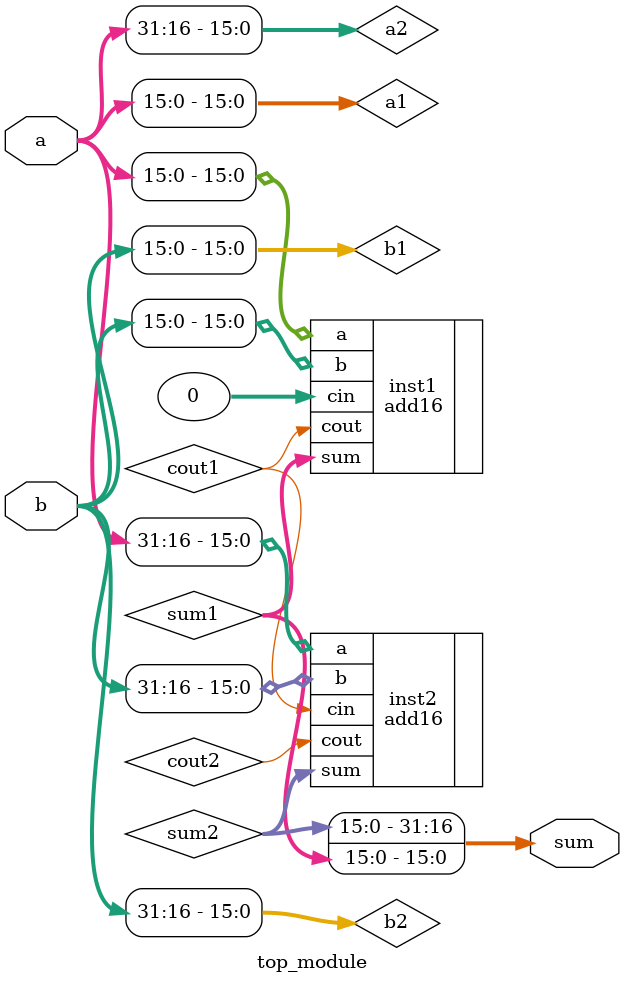
<source format=v>
module top_module(
    input [31:0] a,
    input [31:0] b,
    output [31:0] sum
);
    wire [15:0] a1 = a[15:0];
    wire [15:0] a2 = a[31:16];
    wire [15:0] b1 = b[15:0];
    wire [15:0] b2 = b[31:16];
    wire [15:0] sum1, sum2;
    wire cout1, cin2, cout2;
    
    add16 inst1(
        .a(a1),
        .b(b1),
        .cin(0),
        .sum(sum1),
        .cout(cout1)
    );
    
    add16 inst2(
        .a(a2),
        .b(b2),
        .cin(cout1),
        .sum(sum2),
        .cout(cout2)
    );
    
    assign sum = {sum2, sum1};

endmodule

</source>
